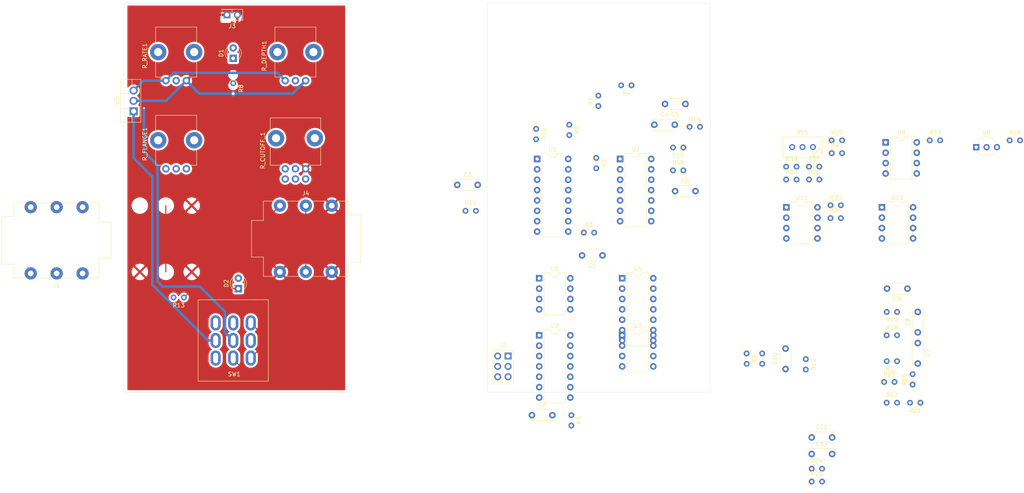
<source format=kicad_pcb>
(kicad_pcb (version 20211014) (generator pcbnew)
  (layers (0 "F.Cu" signal) (31 "B.Cu" signal) (34 "B.Paste" user) (35 "F.Paste" user) (36 "B.SilkS" user "B.Silkscreen") (37 "F.SilkS" user "F.Silkscreen") (38 "B.Mask" user) (39 "F.Mask" user) (44 "Edge.Cuts" user))
  (net 0 "")
  (net 1 "+5V")
  (net 2 "Net-(D1-Pad1)")
  (net 3 "Net-(D2-Pad1)")
  (net 4 "GND")
  (net 5 "~{RST}")
  (net 6 "MOSI")
  (net 7 "SCK")
  (net 8 "Net-(R1-Pad2)")
  (net 9 "Net-(R1-Pad1)")
  (net 10 "Net-(C1-Pad2)")
  (net 11 "Net-(C1-Pad1)")
  (net 12 "+9V")
  (net 13 "GNDA")
  (net 14 "Net-(R10-Pad2)")
  (net 15 "/Anti-Aliasing Filter/IN")
  (net 16 "Net-(C4-Pad2)")
  (net 17 "Net-(C6-Pad2)")
  (net 18 "Net-(C5-Pad2)")
  (net 19 "Net-(C7-Pad2)")
  (net 20 "Net-(C9-Pad2)")
  (net 21 "Net-(C8-Pad2)")
  (net 22 "Net-(R_DEPTH1-Pad2)")
  (net 23 "Net-(R_RATE1-Pad2)")
  (net 24 "Net-(J1-PadR)")
  (net 25 "Net-(J1-PadT)")
  (net 26 "Net-(J3-Pad1)")
  (net 27 "Net-(J4-PadT)")
  (net 28 "Net-(SW1-Pad3)")
  (net 29 "Net-(SW1-Pad6)")
  (net 30 "LFO_OUT")
  (net 31 "Net-(C3-Pad1)")
  (net 32 "/delay/IN")
  (net 33 "/Anti-Aliasing Filter 2/OUT")
  (net 34 "Net-(C10-Pad2)")
  (net 35 "/Tone Filter/IN")
  (net 36 "Net-(C11-Pad1)")
  (net 37 "Net-(C12-Pad1)")
  (net 38 "MISO")
  (net 39 "Net-(R9-Pad2)")
  (net 40 "Net-(R11-Pad1)")
  (net 41 "/Clock Generator/CLOCK")
  (net 42 "Net-(R20-Pad2)")
  (net 43 "Net-(R21-Pad2)")
  (net 44 "Net-(R24-Pad1)")
  (net 45 "Net-(R25-Pad1)")
  (net 46 "Net-(R3-Pad1)")
  (net 47 "Net-(R26-Pad1)")
  (net 48 "Net-(R26-Pad2)")
  (net 49 "/Reconstruction Filter/OUT")
  (net 50 "Net-(C2-Pad2)")
  (net 51 "/Tone Filter/DRY_OUT")
  (net 52 "Net-(C15-Pad1)")
  (net 53 "/Reconstruction Filter/IN")
  (net 54 "Net-(R27-Pad1)")
  (net 55 "Net-(R27-Pad2)")
  (net 56 "Net-(C13-Pad2)")
  (net 57 "Net-(R29-Pad1)")
  (net 58 "Net-(R30-Pad1)")
  (net 59 "Net-(R33-Pad1)")
  (net 60 "Net-(C15-Pad2)")
  (net 61 "Net-(C14-Pad2)")
  (net 64 "/Anti-Aliasing Filter/OUT")
  (net 65 "Net-(U10-Pad2)")
  (net 66 "Net-(U10-Pad4)")
  (footprint "kicad-official/LED_THT.pretty:LED_D3.0mm" (layer "F.Cu") (at 67.31 99.06 90)
    (fp_text reference "D2")
    (fp_text value "LED")
  )
  (footprint "kicad-legacy/kicad-footprints/Resistor_THT.pretty:R_Axial_DIN0204_L3.6mm_D1.6mm_P2.54mm_Vertical" (layer "F.Cu") (at 155.448 54.356 90)
    (fp_text reference "R1")
    (fp_text value "1M")
  )
  (footprint "kicad-legacy/kicad-footprints/Resistor_THT.pretty:R_Axial_DIN0204_L3.6mm_D1.6mm_P2.54mm_Vertical" (layer "F.Cu") (at 154.94 67.056 -90)
    (fp_text reference "R2")
    (fp_text value "1M")
  )
  (footprint "kicad-legacy/kicad-footprints/Resistor_THT.pretty:R_Axial_DIN0204_L3.6mm_D1.6mm_P2.54mm_Vertical" (layer "F.Cu") (at 191.77 114.935 -90)
    (fp_text reference "R6")
    (fp_text value "1M")
  )
  (footprint "kicad-legacy/kicad-footprints/Resistor_THT.pretty:R_Axial_DIN0204_L3.6mm_D1.6mm_P2.54mm_Vertical" (layer "F.Cu") (at 195.58 117.475 90)
    (fp_text reference "R7")
    (fp_text value "1M")
  )
  (footprint "kicad-legacy/kicad-footprints/Resistor_THT.pretty:R_Axial_DIN0204_L3.6mm_D1.6mm_P2.54mm_Vertical" (layer "F.Cu") (at 53.975 101.219 180)
    (fp_text reference "R13")
    (fp_text value "220")
  )
  (footprint "kicad-legacy/kicad-footprints/Resistor_THT.pretty:R_Axial_DIN0204_L3.6mm_D1.6mm_P2.54mm_Vertical" (layer "F.Cu") (at 177.8 59.436)
    (fp_text reference "R14")
    (fp_text value "11k")
  )
  (footprint "kicad-legacy/kicad-footprints/Resistor_THT.pretty:R_Axial_DIN0204_L3.6mm_D1.6mm_P2.54mm_Vertical" (layer "F.Cu") (at 176.276 64.516 180)
    (fp_text reference "R15")
    (fp_text value "150k")
  )
  (footprint "kicad-legacy/kicad-footprints/Resistor_THT.pretty:R_Axial_DIN0204_L3.6mm_D1.6mm_P2.54mm_Vertical" (layer "F.Cu") (at 173.736 70.104)
    (fp_text reference "R16")
    (fp_text value "47k")
  )
  (footprint "kicad-legacy/kicad-footprints/Resistor_THT.pretty:R_Axial_DIN0204_L3.6mm_D1.6mm_P2.54mm_Vertical" (layer "F.Cu") (at 228.6 116.84 180)
    (fp_text reference "R17")
    (fp_text value "11k")
  )
  (footprint "kicad-legacy/kicad-footprints/Resistor_THT.pretty:R_Axial_DIN0204_L3.6mm_D1.6mm_P2.54mm_Vertical" (layer "F.Cu") (at 226.06 110.49)
    (fp_text reference "R18")
    (fp_text value "75K")
  )
  (footprint "kicad-legacy/kicad-footprints/Resistor_THT.pretty:R_Axial_DIN0204_L3.6mm_D1.6mm_P2.54mm_Vertical" (layer "F.Cu") (at 228.6 104.775 180)
    (fp_text reference "R19")
    (fp_text value "51K")
  )
  (footprint "kicad-legacy/kicad-footprints/Package_DIP.pretty:DIP-14_W7.62mm" (layer "F.Cu") (at 160.782 67.31)
    (fp_text reference "U2")
    (fp_text value "TL074")
  )
  (footprint "kicad-official/Package_TO_SOT_THT.pretty:TO-220F-3_Vertical" (layer "F.Cu") (at 41.656 55.626 90)
    (fp_text reference "U5")
    (fp_text value "LM7805")
  )
  (footprint "kicad-legacy/Housings_DIP.pretty:DIP-8_W7.62mm" (layer "F.Cu") (at 140.97 96.52)
    (fp_text reference "U6")
    (fp_text value "TL072")
  )
  (footprint "Capacitor_THT:C_Disc_D6.0mm_W2.5mm_P5.00mm" (layer "F.Cu") (at 169.164 58.928)
    (fp_text reference "C4")
    (fp_text value "6.8n")
  )
  (footprint "Capacitor_THT:C_Disc_D6.0mm_W2.5mm_P5.00mm" (layer "F.Cu") (at 176.784 53.848 180)
    (fp_text reference "C5")
    (fp_text value "330p")
  )
  (footprint "Capacitor_THT:C_Disc_D6.0mm_W2.5mm_P5.00mm" (layer "F.Cu") (at 174.244 75.184)
    (fp_text reference "C6")
    (fp_text value "2.2n")
  )
  (footprint "Capacitor_THT:C_Disc_D6.0mm_W2.5mm_P5.00mm" (layer "F.Cu") (at 233.68 112.395 -90)
    (fp_text reference "C7")
    (fp_text value "6.8n")
  )
  (footprint "Capacitor_THT:C_Disc_D6.0mm_W2.5mm_P5.00mm" (layer "F.Cu") (at 233.68 109.775 90)
    (fp_text reference "C8")
    (fp_text value "330p")
  )
  (footprint "Capacitor_THT:C_Disc_D6.0mm_W2.5mm_P5.00mm" (layer "F.Cu") (at 231.14 99.06 180)
    (fp_text reference "C9")
    (fp_text value "2.2n")
  )
  (footprint "kicad-official/Connector_PinSocket_2.54mm.pretty:PinSocket_2x01_P2.54mm_Vertical" (layer "F.Cu") (at 64.516 32.004 180)
    (fp_text reference "J3")
    (fp_text value "Jack-DC")
  )
  (footprint "kicad-legacy/kicad-footprints/Connector_Audio.pretty:Jack_6.35mm_Neutrik_NMJ6HCD2_Horizontal" (layer "F.Cu") (at 77.47 78.74)
    (fp_text reference "J4")
    (fp_text value "OUT")
  )
  (footprint "Button_Switch_THT:Stompbox Switch" (layer "F.Cu") (at 66.04 111.76)
    (fp_text reference "SW1")
    (fp_text value "SW_3PDT_x3")
  )
  (footprint "kicad-legacy/kicad-footprints/Connector_Audio.pretty:Jack_6.35mm_Neutrik_NMJ6HCD2_Horizontal" (layer "F.Cu") (at 29.16 95.34 180)
    (fp_text reference "J1")
    (fp_text value "IN")
  )
  (footprint "Capacitor_THT:C_Disc_D6.0mm_W2.5mm_P5.00mm" (layer "F.Cu") (at 156.464 90.932 180)
    (fp_text reference "C1")
    (fp_text value "100n")
  )
  (footprint "Capacitor_THT:C_Disc_D6.0mm_W2.5mm_P5.00mm" (layer "F.Cu") (at 139.192 130.048)
    (fp_text reference "C2")
    (fp_text value "220n")
  )
  (footprint "Capacitor_THT:C_Disc_D6.0mm_W2.5mm_P5.00mm" (layer "F.Cu") (at 120.904 73.66)
    (fp_text reference "C3")
    (fp_text value "470p")
  )
  (footprint "Capacitor_THT:C_Disc_D6.0mm_W2.5mm_P5.00mm" (layer "F.Cu") (at 201.295 118.745 90)
    (fp_text reference "C10")
    (fp_text value "3.3u")
  )
  (footprint "Capacitor_THT:C_Disc_D6.0mm_W2.5mm_P5.00mm" (layer "F.Cu") (at 207.7 135.51)
    (fp_text reference "C11")
    (fp_text value "33n")
  )
  (footprint "Capacitor_THT:C_Disc_D6.0mm_W2.5mm_P5.00mm" (layer "F.Cu") (at 207.7 139.56)
    (fp_text reference "C12")
    (fp_text value "33n")
  )
  (footprint "kicad-official/LED_THT.pretty:LED_D3.0mm" (layer "F.Cu") (at 66.04 42.672 90)
    (fp_text reference "D1")
    (fp_text value "LED")
  )
  (footprint "kicad-official/Connector_PinSocket_2.54mm.pretty:PinSocket_2x03_P2.54mm_Vertical" (layer "F.Cu") (at 133.35 115.57)
    (fp_text reference "J2")
    (fp_text value "ISP")
  )
  (footprint "kicad-legacy/kicad-footprints/Resistor_THT.pretty:R_Axial_DIN0204_L3.6mm_D1.6mm_P2.54mm_Vertical" (layer "F.Cu") (at 151.892 85.344)
    (fp_text reference "R3")
    (fp_text value "1M")
  )
  (footprint "kicad-legacy/kicad-footprints/Resistor_THT.pretty:R_Axial_DIN0204_L3.6mm_D1.6mm_P2.54mm_Vertical" (layer "F.Cu") (at 163.576 49.276 180)
    (fp_text reference "R4")
    (fp_text value "1M")
  )
  (footprint "kicad-legacy/kicad-footprints/Resistor_THT.pretty:R_Axial_DIN0204_L3.6mm_D1.6mm_P2.54mm_Vertical" (layer "F.Cu") (at 148.844 130.048 -90)
    (fp_text reference "R5")
    (fp_text value "100")
  )
  (footprint "kicad-legacy/kicad-footprints/Resistor_THT.pretty:R_Axial_DIN0204_L3.6mm_D1.6mm_P2.54mm_Vertical" (layer "F.Cu") (at 66.04 48.768 -90)
    (fp_text reference "R8")
    (fp_text value "240")
  )
  (footprint "kicad-legacy/kicad-footprints/Resistor_THT.pretty:R_Axial_DIN0204_L3.6mm_D1.6mm_P2.54mm_Vertical" (layer "F.Cu") (at 148.336 58.928 -90)
    (fp_text reference "R9")
    (fp_text value "4.8k")
  )
  (footprint "kicad-legacy/kicad-footprints/Resistor_THT.pretty:R_Axial_DIN0204_L3.6mm_D1.6mm_P2.54mm_Vertical" (layer "F.Cu") (at 140.208 59.944 -90)
    (fp_text reference "R10")
    (fp_text value "2.7k")
  )
  (footprint "kicad-legacy/kicad-footprints/Resistor_THT.pretty:R_Axial_DIN0204_L3.6mm_D1.6mm_P2.54mm_Vertical" (layer "F.Cu") (at 122.936 80.01)
    (fp_text reference "R11")
    (fp_text value "2.2k")
  )
  (footprint "kicad-legacy/kicad-footprints/Resistor_THT.pretty:R_Axial_DIN0204_L3.6mm_D1.6mm_P2.54mm_Vertical" (layer "F.Cu") (at 206.248 116.332 -90)
    (fp_text reference "R12")
    (fp_text value "1K")
  )
  (footprint "kicad-legacy/kicad-footprints/Resistor_THT.pretty:R_Axial_DIN0204_L3.6mm_D1.6mm_P2.54mm_Vertical" (layer "F.Cu") (at 232.41 122.555 90)
    (fp_text reference "R20")
    (fp_text value "100K")
  )
  (footprint "kicad-legacy/kicad-footprints/Resistor_THT.pretty:R_Axial_DIN0204_L3.6mm_D1.6mm_P2.54mm_Vertical" (layer "F.Cu") (at 234.315 127 180)
    (fp_text reference "R21")
    (fp_text value "100K")
  )
  (footprint "kicad-legacy/kicad-footprints/Resistor_THT.pretty:R_Axial_DIN0204_L3.6mm_D1.6mm_P2.54mm_Vertical" (layer "F.Cu") (at 226.06 127)
    (fp_text reference "R22")
    (fp_text value "5.6K")
  )
  (footprint "kicad-legacy/kicad-footprints/Resistor_THT.pretty:R_Axial_DIN0204_L3.6mm_D1.6mm_P2.54mm_Vertical" (layer "F.Cu") (at 225.425 121.92)
    (fp_text reference "R23")
    (fp_text value "5.6K")
  )
  (footprint "kicad-legacy/kicad-footprints/Resistor_THT.pretty:R_Axial_DIN0204_L3.6mm_D1.6mm_P2.54mm_Vertical" (layer "F.Cu") (at 207.7 143.16)
    (fp_text reference "R24")
    (fp_text value "1K")
  )
  (footprint "kicad-legacy/kicad-footprints/Resistor_THT.pretty:R_Axial_DIN0204_L3.6mm_D1.6mm_P2.54mm_Vertical" (layer "F.Cu") (at 207.7 146.31)
    (fp_text reference "R25")
    (fp_text value "1K")
  )
  (footprint "kicad-legacy/kicad-footprints/Potentiometer_THT.pretty:Potentiometer_Alps_RK09K_Single_Vertical" (layer "F.Cu") (at 83.78 48.133 90)
    (fp_text reference "R_DEPTH1")
    (fp_text value "100K")
  )
  (footprint "kicad-legacy/kicad-footprints/Potentiometer_THT.pretty:Potentiometer_Alps_RK09K_Single_Vertical" (layer "F.Cu") (at 54.57 48.133 90)
    (fp_text reference "R_RATE1")
    (fp_text value "100K")
  )
  (footprint "kicad-legacy/kicad-footprints/Package_DIP.pretty:DIP-16_W7.62mm" (layer "F.Cu") (at 140.462 67.31)
    (fp_text reference "U1")
    (fp_text value "LM13700")
  )
  (footprint "kicad-legacy/kicad-footprints/Package_DIP.pretty:DIP-14_W7.62mm" (layer "F.Cu") (at 140.97 110.49)
    (fp_text reference "U3")
    (fp_text value "TL074")
  )
  (footprint "kicad-legacy/kicad-footprints/Package_DIP.pretty:DIP-14_W7.62mm" (layer "F.Cu") (at 161.29 96.52)
    (fp_text reference "U4")
    (fp_text value "TL074")
  )
  (footprint "kicad-legacy/Housings_DIP.pretty:DIP-8_W7.62mm" (layer "F.Cu") (at 161.29 110.49)
    (fp_text reference "U7")
    (fp_text value "MN3207")
  )
  (footprint "kicad-legacy/kicad-footprints/Potentiometer_THT.pretty:Potentiometer_Alps_RK09K_Single_Vertical" (layer "F.Cu") (at 54.57 69.723 90)
    (fp_text reference "R_FLANGE1")
    (fp_text value "1M")
  )
  (footprint "kicad-legacy/kicad-footprints/Potentiometer_THT.pretty:Potentiometer_Alps_RK09L_Double_Vertical" (layer "F.Cu") (at 83.78 69.723 90)
    (fp_text reference "R_CUTOFF_1")
    (fp_text value "100K")
  )
  (footprint "kicad-legacy/Potentiometers.pretty:Potentiometer_Trimmer_Bourns_3296W" (layer "F.Cu") (at 207.995 64.4)
    (fp_text reference "RV1")
    (fp_text value "R_TRIM_10K")
  )
  (footprint "kicad-legacy/kicad-footprints/Resistor_THT.pretty:R_Axial_DIN0204_L3.6mm_D1.6mm_P2.54mm_Vertical" (layer "F.Cu") (at 201.445 72.35)
    (fp_text reference "R32")
    (fp_text value "100K")
  )
  (footprint "kicad-legacy/kicad-footprints/Resistor_THT.pretty:R_Axial_DIN0204_L3.6mm_D1.6mm_P2.54mm_Vertical" (layer "F.Cu") (at 212.595 65.9)
    (fp_text reference "R27")
    (fp_text value "1K")
  )
  (footprint "kicad-legacy/Housings_DIP.pretty:DIP-8_W7.62mm" (layer "F.Cu") (at 201.495 79.15)
    (fp_text reference "U11")
    (fp_text value "TL072")
  )
  (footprint "kicad-legacy/kicad-footprints/Resistor_THT.pretty:R_Axial_DIN0204_L3.6mm_D1.6mm_P2.54mm_Vertical" (layer "F.Cu") (at 212.595 62.75)
    (fp_text reference "R29")
    (fp_text value "100K")
  )
  (footprint "kicad-legacy/kicad-footprints/Resistor_THT.pretty:R_Axial_DIN0204_L3.6mm_D1.6mm_P2.54mm_Vertical" (layer "F.Cu") (at 212.295 78.65)
    (fp_text reference "R35")
    (fp_text value "30K")
  )
  (footprint "kicad-legacy/TO_SOT_Packages_THT.pretty:TO-92_Inline_Wide" (layer "F.Cu") (at 247.985 64.43)
    (fp_text reference "U8")
    (fp_text value "TLE2426xLP")
  )
  (footprint "kicad-legacy/kicad-footprints/Resistor_THT.pretty:R_Axial_DIN0204_L3.6mm_D1.6mm_P2.54mm_Vertical" (layer "F.Cu") (at 212.295 81.8)
    (fp_text reference "R34")
    (fp_text value "91K")
  )
  (footprint "kicad-legacy/Housings_DIP.pretty:DIP-8_W7.62mm" (layer "F.Cu") (at 224.895 79.15)
    (fp_text reference "U10")
    (fp_text value "MN3102")
  )
  (footprint "kicad-legacy/kicad-footprints/Resistor_THT.pretty:R_Axial_DIN0204_L3.6mm_D1.6mm_P2.54mm_Vertical" (layer "F.Cu") (at 256.175 62.75)
    (fp_text reference "R26")
    (fp_text value "500K")
  )
  (footprint "kicad-legacy/kicad-footprints/Resistor_THT.pretty:R_Axial_DIN0204_L3.6mm_D1.6mm_P2.54mm_Vertical" (layer "F.Cu") (at 207.035 72.35)
    (fp_text reference "R28")
    (fp_text value "5.6k")
  )
  (footprint "kicad-legacy/kicad-footprints/Resistor_THT.pretty:R_Axial_DIN0204_L3.6mm_D1.6mm_P2.54mm_Vertical" (layer "F.Cu") (at 201.445 69.2)
    (fp_text reference "R30")
    (fp_text value "100K")
  )
  (footprint "kicad-legacy/Housings_DIP.pretty:DIP-8_W7.62mm" (layer "F.Cu") (at 225.805 63.25)
    (fp_text reference "U9")
    (fp_text value "ATTINY85-20PU")
  )
  (footprint "kicad-legacy/kicad-footprints/Resistor_THT.pretty:R_Axial_DIN0204_L3.6mm_D1.6mm_P2.54mm_Vertical" (layer "F.Cu") (at 207.035 69.2)
    (fp_text reference "R31")
    (fp_text value "100K")
  )
  (footprint "kicad-legacy/kicad-footprints/Resistor_THT.pretty:R_Axial_DIN0204_L3.6mm_D1.6mm_P2.54mm_Vertical" (layer "F.Cu") (at 236.605 62.75)
    (fp_text reference "R33")
    (fp_text value "330")
  )
  (gr_line (start 39.37 124.46) (end 39.37 29.21) (layer "Edge.Cuts") (width 0.05))
  (gr_line (start 128.27 124.46) (end 128.27 29.21) (layer "Edge.Cuts") (width 0.05))
  (gr_line (start 182.88 124.46) (end 128.27 124.46) (layer "Edge.Cuts") (width 0.05))
  (gr_line (start 182.88 29.21) (end 182.88 124.46) (layer "Edge.Cuts") (width 0.05))
  (gr_line (start 128.27 29.21) (end 182.88 29.21) (layer "Edge.Cuts") (width 0.05))
  (gr_line (start 39.37 29.21) (end 93.98 29.21) (layer "Edge.Cuts") (width 0.05))
  (gr_line (start 93.98 124.46) (end 39.37 124.46) (layer "Edge.Cuts") (width 0.05))
  (gr_line (start 93.98 29.21) (end 93.98 124.46) (layer "Edge.Cuts") (width 0.05))
  (segment (start 51.475 46.228) (end 76.875 46.228) (width 0.635) (layer "B.Cu") (net 1))
  (segment (start 76.875 46.228) (end 78.78 48.133) (width 0.635) (layer "B.Cu") (net 1))
  (segment (start 49.57 48.133) (end 51.475 46.228) (width 0.635) (layer "B.Cu") (net 1))
  (segment (start 49.57 48.133) (end 44.069 48.133) (width 0.635) (layer "B.Cu") (net 1))
  (segment (start 44.069 48.133) (end 41.656 50.546) (width 0.635) (layer "B.Cu") (net 1))
  (segment (start 56.134 99.06) (end 53.975 101.219) (width 0.254) (layer "F.Cu") (net 3))
  (segment (start 67.31 99.06) (end 56.134 99.06) (width 0.254) (layer "F.Cu") (net 3))
  (segment (start 67.056 32.004) (end 67.056 34.036) (width 0.635) (layer "F.Cu") (net 4))
  (segment (start 67.056 34.036) (end 60.452 40.64) (width 0.635) (layer "F.Cu") (net 4))
  (segment (start 60.452 42.251) (end 54.57 48.133) (width 0.635) (layer "F.Cu") (net 4))
  (segment (start 60.452 40.64) (end 60.452 42.251) (width 0.635) (layer "F.Cu") (net 4))
  (segment (start 83.78 48.133) (end 80.605 51.308) (width 0.635) (layer "B.Cu") (net 4))
  (segment (start 57.745 51.308) (end 54.57 48.133) (width 0.635) (layer "B.Cu") (net 4))
  (segment (start 66.04 51.308) (end 57.745 51.308) (width 0.635) (layer "B.Cu") (net 4))
  (segment (start 80.605 51.308) (end 66.04 51.308) (width 0.635) (layer "B.Cu") (net 4))
  (segment (start 49.617 53.086) (end 41.656 53.086) (width 0.635) (layer "B.Cu") (net 4))
  (segment (start 54.57 48.133) (end 49.617 53.086) (width 0.635) (layer "B.Cu") (net 4))
  (segment (start 46.228 98.113) (end 46.228 71.628) (width 0.635) (layer "B.Cu") (net 12))
  (segment (start 59.875 111.76) (end 46.228 98.113) (width 0.635) (layer "B.Cu") (net 12))
  (segment (start 46.228 71.628) (end 41.656 67.056) (width 0.635) (layer "B.Cu") (net 12))
  (segment (start 61.74 111.76) (end 59.875 111.76) (width 0.635) (layer "B.Cu") (net 12))
  (segment (start 41.656 67.056) (end 41.656 55.626) (width 0.635) (layer "B.Cu") (net 12))
  (segment (start 49.53 94.97) (end 49.53 78.74) (width 0.254) (layer "F.Cu") (net 24))
  (segment (start 83.82 94.97) (end 83.82 78.74) (width 0.254) (layer "F.Cu") (net 24))
  (segment (start 44.196 38.608) (end 44.196 54.864) (width 0.635) (layer "F.Cu") (net 26))
  (segment (start 64.516 32.004) (end 50.8 32.004) (width 0.635) (layer "F.Cu") (net 26))
  (segment (start 50.8 32.004) (end 44.196 38.608) (width 0.635) (layer "F.Cu") (net 26))
  (via (at 44.196 54.864) (size 0.8) (drill 0.4) (layers "F.Cu" "B.Cu") (net 26))
  (segment (start 66.04 111.76) (end 65.024 111.76) (width 0.635) (layer "B.Cu") (net 26))
  (segment (start 44.196 65.532) (end 44.196 54.864) (width 0.635) (layer "B.Cu") (net 26))
  (segment (start 47.512499 97.296499) (end 47.512499 68.848499) (width 0.635) (layer "B.Cu") (net 26))
  (segment (start 57.912 98.552) (end 48.768 98.552) (width 0.635) (layer "B.Cu") (net 26))
  (segment (start 47.512499 68.848499) (end 44.196 65.532) (width 0.635) (layer "B.Cu") (net 26))
  (segment (start 64.008 109.728) (end 64.008 104.648) (width 0.635) (layer "B.Cu") (net 26))
  (segment (start 66.04 111.76) (end 64.008 109.728) (width 0.635) (layer "B.Cu") (net 26))
  (segment (start 64.008 104.648) (end 57.912 98.552) (width 0.635) (layer "B.Cu") (net 26))
  (segment (start 47.512499 97.296499) (end 48.768 98.552) (width 0.635) (layer "B.Cu") (net 26))
  (segment (start 71.628 118.872) (end 73.66 116.84) (width 0.254) (layer "F.Cu") (net 27))
  (segment (start 73.66 116.84) (end 73.66 82.55) (width 0.254) (layer "F.Cu") (net 27))
  (segment (start 68.58 118.872) (end 71.628 118.872) (width 0.254) (layer "F.Cu") (net 27))
  (segment (start 66.04 116.332) (end 68.58 118.872) (width 0.254) (layer "F.Cu") (net 27))
  (segment (start 66.04 116.06) (end 66.04 116.332) (width 0.254) (layer "F.Cu") (net 27))
  (segment (start 77.47 78.74) (end 73.66 82.55) (width 0.254) (layer "F.Cu") (net 27))
  (segment (start 70.34 116.06) (end 72.136 114.264) (width 0.254) (layer "F.Cu") (net 28))
  (segment (start 72.136 109.256) (end 70.34 107.46) (width 0.254) (layer "F.Cu") (net 28))
  (segment (start 72.136 114.264) (end 72.136 109.256) (width 0.254) (layer "F.Cu") (net 28))
  (zone (net 13) (net_name "GNDA") (layer "F.Cu") (connect_pads (clearance 0.508)) (min_thickness 0.254) (fill yes (thermal_gap 0.508) (thermal_bridge_width 0.508))
    (polygon (pts (xy 93.472 123.952) (xy 40.132 123.952) (xy 40.132 29.464) (xy 93.472 29.464)))
  )
)
</source>
